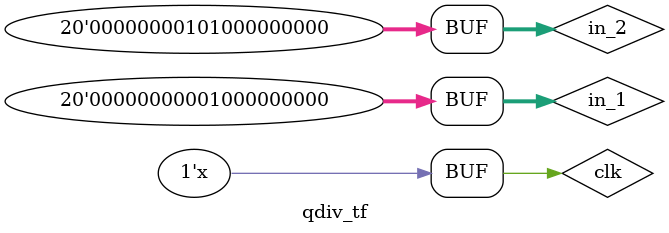
<source format=v>
`timescale 1ps / 1ps

module qdiv_tf;
//Parameterized values
	parameter Q = 8;
	parameter N = 20;
 
	// Inputs
    reg [N-1:0] in_1;
    reg [N-1:0] in_2;
	reg clk;
 
	// Outputs
	wire [N-1:0] quotient;
	wire done;
	reg [11:0] result;
	
	wire start;
    divisor_f #(50) start_clk (
        .clk(clk),
        .en_clk(1),
        .clk_out(start)
        ); 
	// Instantiate the Unit Under Test (UUT)
	//module  Params  Name  Signals
	qdiv #(Q,N)	uut (in_2, in_1, start, clk, quotient,done);
 
	initial begin
		// Initialize Inputs
		in_1 = 20'd512;
		in_2 = 20'd2560;
		clk = 0;
	end
	
	always @(done) begin 
        if (done)
            result = quotient[N-2:Q];
    end
 
	always
	begin
		#5 clk = ~clk;
	end

endmodule
</source>
